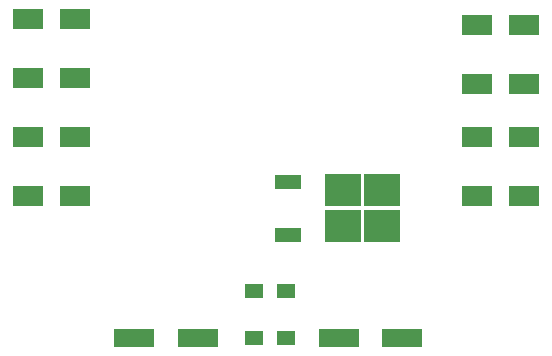
<source format=gbr>
%TF.GenerationSoftware,KiCad,Pcbnew,(5.1.10)-1*%
%TF.CreationDate,2021-10-13T16:11:29-06:00*%
%TF.ProjectId,ReplicaDriverPuenteHL298,5265706c-6963-4614-9472-697665725075,1.0*%
%TF.SameCoordinates,Original*%
%TF.FileFunction,Paste,Top*%
%TF.FilePolarity,Positive*%
%FSLAX46Y46*%
G04 Gerber Fmt 4.6, Leading zero omitted, Abs format (unit mm)*
G04 Created by KiCad (PCBNEW (5.1.10)-1) date 2021-10-13 16:11:29*
%MOMM*%
%LPD*%
G01*
G04 APERTURE LIST*
%ADD10R,3.500000X1.600000*%
%ADD11R,2.500000X1.800000*%
%ADD12R,1.500000X1.300000*%
%ADD13R,3.050000X2.750000*%
%ADD14R,2.200000X1.200000*%
G04 APERTURE END LIST*
D10*
%TO.C,C2*%
X155800000Y-107500000D03*
X161200000Y-107500000D03*
%TD*%
%TO.C,C1*%
X143900000Y-107500000D03*
X138500000Y-107500000D03*
%TD*%
D11*
%TO.C,D1*%
X133500000Y-85500000D03*
X129500000Y-85500000D03*
%TD*%
%TO.C,D2*%
X129500000Y-90500000D03*
X133500000Y-90500000D03*
%TD*%
%TO.C,D3*%
X167500000Y-90500000D03*
X171500000Y-90500000D03*
%TD*%
%TO.C,D4*%
X171500000Y-86000000D03*
X167500000Y-86000000D03*
%TD*%
%TO.C,D5*%
X129500000Y-80500000D03*
X133500000Y-80500000D03*
%TD*%
%TO.C,D6*%
X133500000Y-95500000D03*
X129500000Y-95500000D03*
%TD*%
%TO.C,D7*%
X167500000Y-95500000D03*
X171500000Y-95500000D03*
%TD*%
%TO.C,D8*%
X171500000Y-81000000D03*
X167500000Y-81000000D03*
%TD*%
D12*
%TO.C,D9*%
X148650000Y-107500000D03*
X151350000Y-107500000D03*
%TD*%
%TO.C,R1*%
X148650000Y-103500000D03*
X151350000Y-103500000D03*
%TD*%
D13*
%TO.C,U2*%
X156150000Y-98050000D03*
X159500000Y-95000000D03*
X156150000Y-95000000D03*
X159500000Y-98050000D03*
D14*
X151525000Y-98805000D03*
X151525000Y-94245000D03*
%TD*%
M02*

</source>
